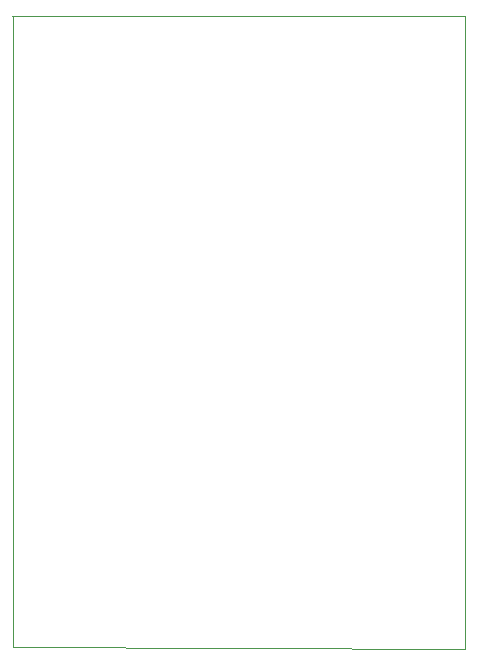
<source format=gbr>
G04 #@! TF.GenerationSoftware,KiCad,Pcbnew,(5.0.0)*
G04 #@! TF.CreationDate,2018-09-22T23:16:14+02:00*
G04 #@! TF.ProjectId,Baord,42616F72642E6B696361645F70636200,rev?*
G04 #@! TF.SameCoordinates,PX796e798PY6794360*
G04 #@! TF.FileFunction,Profile,NP*
%FSLAX46Y46*%
G04 Gerber Fmt 4.6, Leading zero omitted, Abs format (unit mm)*
G04 Created by KiCad (PCBNEW (5.0.0)) date 09/22/18 23:16:14*
%MOMM*%
%LPD*%
G01*
G04 APERTURE LIST*
%ADD10C,0.100000*%
G04 APERTURE END LIST*
D10*
X-50800Y53416200D02*
X0Y53365400D01*
X0Y0D02*
X0Y53365400D01*
X38303200Y-152400D02*
X0Y0D01*
X38303200Y53416200D02*
X38303200Y-152400D01*
X76200Y53416200D02*
X38303200Y53416200D01*
M02*

</source>
